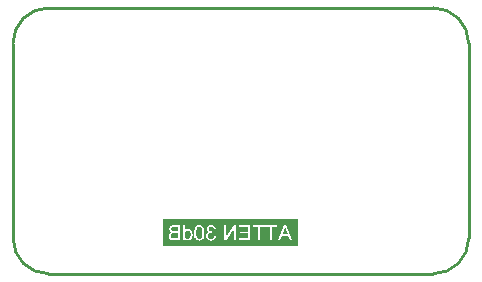
<source format=gbo>
G04*
G04 #@! TF.GenerationSoftware,Altium Limited,Altium Designer,20.0.10 (225)*
G04*
G04 Layer_Color=32896*
%FSLAX25Y25*%
%MOIN*%
G70*
G01*
G75*
%ADD12C,0.01000*%
G36*
X260000Y391000D02*
X214889D01*
Y400091D01*
X260000D01*
Y391000D01*
D02*
G37*
%LPC*%
G36*
X232655Y398123D02*
X229353Y398123D01*
X231008Y398123D01*
X230927Y398115D01*
X230833Y398101D01*
X230716Y398079D01*
X230585Y398042D01*
X230453Y397999D01*
X230322Y397940D01*
X230315D01*
X230308Y397933D01*
X230264Y397911D01*
X230198Y397867D01*
X230125Y397816D01*
X230038Y397743D01*
X229950Y397663D01*
X229863Y397568D01*
X229790Y397459D01*
X229783Y397445D01*
X229761Y397408D01*
X229732Y397342D01*
X229695Y397262D01*
X229659Y397167D01*
X229630Y397058D01*
X229608Y396934D01*
X229601Y396810D01*
Y396796D01*
Y396752D01*
X229608Y396694D01*
X229622Y396614D01*
X229644Y396519D01*
X229681Y396417D01*
X229724Y396315D01*
X229783Y396213D01*
X229790Y396198D01*
X229812Y396169D01*
X229856Y396118D01*
X229914Y396059D01*
X229987Y395994D01*
X230074Y395921D01*
X230176Y395855D01*
X230300Y395790D01*
X230293D01*
X230278Y395782D01*
X230257Y395775D01*
X230227Y395768D01*
X230147Y395739D01*
X230045Y395695D01*
X229928Y395637D01*
X229812Y395564D01*
X229703Y395469D01*
X229601Y395360D01*
X229593Y395345D01*
X229564Y395301D01*
X229520Y395228D01*
X229477Y395134D01*
X229433Y395017D01*
X229389Y394879D01*
X229360Y394718D01*
X229353Y394543D01*
Y394478D01*
X229360Y394434D01*
X229367Y394375D01*
X229382Y394310D01*
X229396Y394237D01*
X229411Y394157D01*
X229469Y393982D01*
X229513Y393887D01*
X229557Y393800D01*
X229615Y393705D01*
X229681Y393610D01*
X229754Y393515D01*
X229841Y393428D01*
X229848Y393421D01*
X229863Y393406D01*
X229892Y393384D01*
X229928Y393355D01*
X229972Y393318D01*
X230031Y393282D01*
X230096Y393238D01*
X230176Y393202D01*
X230257Y393158D01*
X230351Y393114D01*
X230446Y393078D01*
X230556Y393041D01*
X230672Y393012D01*
X230796Y392990D01*
X230920Y392976D01*
X231059Y392969D01*
X232655D01*
X231124D01*
X231168Y392976D01*
X231226Y392983D01*
X231292Y392990D01*
X231365Y393005D01*
X231445Y393020D01*
X231620Y393063D01*
X231802Y393136D01*
X231897Y393180D01*
X231984Y393231D01*
X232072Y393297D01*
X232159Y393362D01*
X232167Y393370D01*
X232181Y393384D01*
X232203Y393406D01*
X232225Y393435D01*
X232261Y393472D01*
X232298Y393523D01*
X232342Y393574D01*
X232385Y393639D01*
X232429Y393712D01*
X232473Y393785D01*
X232553Y393960D01*
X232619Y394164D01*
X232640Y394273D01*
X232655Y394390D01*
X232035Y394470D01*
Y394463D01*
X232028Y394448D01*
X232021Y394419D01*
X232014Y394383D01*
X232006Y394339D01*
X231992Y394288D01*
X231955Y394179D01*
X231904Y394047D01*
X231838Y393923D01*
X231766Y393807D01*
X231678Y393705D01*
X231664Y393698D01*
X231634Y393668D01*
X231576Y393632D01*
X231503Y393595D01*
X231416Y393552D01*
X231306Y393515D01*
X231182Y393486D01*
X231051Y393479D01*
X231008D01*
X230978Y393486D01*
X230898Y393493D01*
X230796Y393515D01*
X230679Y393552D01*
X230556Y393603D01*
X230432Y393676D01*
X230315Y393778D01*
X230300Y393792D01*
X230264Y393836D01*
X230220Y393902D01*
X230162Y393989D01*
X230103Y394098D01*
X230060Y394222D01*
X230023Y394368D01*
X230009Y394529D01*
Y394536D01*
Y394550D01*
Y394572D01*
X230016Y394601D01*
X230023Y394682D01*
X230045Y394776D01*
X230074Y394893D01*
X230125Y395010D01*
X230198Y395126D01*
X230293Y395236D01*
X230308Y395250D01*
X230344Y395279D01*
X230402Y395323D01*
X230483Y395374D01*
X230585Y395425D01*
X230709Y395469D01*
X230847Y395498D01*
X231000Y395513D01*
X231066D01*
X231117Y395505D01*
X231182Y395498D01*
X231255Y395484D01*
X231343Y395469D01*
X231438Y395447D01*
X231365Y395994D01*
X231328D01*
X231299Y395987D01*
X231204D01*
X231124Y396001D01*
X231029Y396016D01*
X230920Y396038D01*
X230796Y396074D01*
X230679Y396125D01*
X230556Y396191D01*
X230548D01*
X230541Y396198D01*
X230504Y396227D01*
X230453Y396278D01*
X230395Y396344D01*
X230337Y396439D01*
X230286Y396548D01*
X230249Y396672D01*
X230235Y396745D01*
Y396825D01*
Y396832D01*
Y396839D01*
Y396883D01*
X230249Y396942D01*
X230264Y397022D01*
X230293Y397109D01*
X230329Y397204D01*
X230388Y397299D01*
X230468Y397386D01*
X230475Y397393D01*
X230512Y397423D01*
X230563Y397459D01*
X230628Y397503D01*
X230716Y397539D01*
X230818Y397576D01*
X230935Y397605D01*
X231066Y397612D01*
X231124D01*
X231190Y397598D01*
X231277Y397583D01*
X231372Y397554D01*
X231467Y397517D01*
X231569Y397459D01*
X231664Y397386D01*
X231671Y397379D01*
X231700Y397342D01*
X231744Y397291D01*
X231795Y397219D01*
X231846Y397124D01*
X231897Y397007D01*
X231941Y396869D01*
X231970Y396708D01*
X232589Y396818D01*
Y396825D01*
X232582Y396847D01*
X232575Y396876D01*
X232568Y396920D01*
X232553Y396971D01*
X232531Y397029D01*
X232487Y397167D01*
X232414Y397328D01*
X232327Y397488D01*
X232218Y397641D01*
X232079Y397780D01*
X232072Y397787D01*
X232057Y397795D01*
X232035Y397809D01*
X232006Y397831D01*
X231970Y397860D01*
X231919Y397889D01*
X231868Y397918D01*
X231802Y397955D01*
X231656Y398013D01*
X231489Y398072D01*
X231292Y398108D01*
X231190Y398123D01*
X232655D01*
D02*
G37*
G36*
X228740Y398123D02*
X225445D01*
D01*
X227027D01*
X226947Y398115D01*
X226852Y398101D01*
X226743Y398079D01*
X226626Y398050D01*
X226502Y398013D01*
X226386Y397955D01*
X226378D01*
X226371Y397948D01*
X226335Y397926D01*
X226276Y397889D01*
X226203Y397838D01*
X226123Y397765D01*
X226036Y397685D01*
X225956Y397590D01*
X225875Y397481D01*
X225868Y397466D01*
X225839Y397430D01*
X225810Y397364D01*
X225759Y397270D01*
X225715Y397160D01*
X225657Y397036D01*
X225606Y396890D01*
X225562Y396730D01*
Y396723D01*
X225555Y396708D01*
X225547Y396686D01*
X225540Y396650D01*
X225533Y396606D01*
X225525Y396555D01*
X225511Y396490D01*
X225503Y396417D01*
X225489Y396337D01*
X225482Y396249D01*
X225474Y396147D01*
X225460Y396045D01*
X225452Y395928D01*
Y395812D01*
X225445Y395680D01*
Y395768D01*
Y392969D01*
Y395396D01*
X225452Y395316D01*
Y395228D01*
X225460Y395134D01*
X225467Y395032D01*
X225489Y394798D01*
X225525Y394558D01*
X225569Y394324D01*
X225598Y394215D01*
X225635Y394106D01*
Y394098D01*
X225642Y394084D01*
X225657Y394055D01*
X225671Y394018D01*
X225686Y393967D01*
X225715Y393916D01*
X225773Y393792D01*
X225846Y393661D01*
X225941Y393515D01*
X226050Y393384D01*
X226182Y393260D01*
X226189D01*
X226196Y393246D01*
X226218Y393231D01*
X226247Y393216D01*
X226284Y393195D01*
X226320Y393165D01*
X226429Y393114D01*
X226561Y393063D01*
X226714Y393012D01*
X226896Y392983D01*
X227093Y392969D01*
X227166D01*
X227217Y392976D01*
X227275Y392983D01*
X227348Y392998D01*
X227428Y393012D01*
X227516Y393034D01*
X227603Y393063D01*
X227698Y393092D01*
X227793Y393136D01*
X227887Y393187D01*
X227982Y393246D01*
X228077Y393318D01*
X228164Y393399D01*
X228245Y393486D01*
X228252Y393493D01*
X228266Y393515D01*
X228288Y393552D01*
X228325Y393610D01*
X228361Y393676D01*
X228398Y393763D01*
X228449Y393865D01*
X228492Y393982D01*
X228536Y394113D01*
X228580Y394266D01*
X228624Y394434D01*
X228660Y394623D01*
X228696Y394827D01*
X228718Y395046D01*
X228733Y395287D01*
X228740Y395542D01*
Y393574D01*
Y395695D01*
Y395688D01*
X228733Y395768D01*
Y395855D01*
X228726Y395950D01*
X228718Y396059D01*
X228696Y396285D01*
X228660Y396526D01*
X228616Y396767D01*
X228587Y396876D01*
X228558Y396985D01*
Y396993D01*
X228551Y397007D01*
X228536Y397036D01*
X228522Y397073D01*
X228507Y397124D01*
X228478Y397175D01*
X228419Y397299D01*
X228347Y397430D01*
X228252Y397568D01*
X228142Y397707D01*
X228011Y397824D01*
X228004D01*
X227997Y397838D01*
X227975Y397853D01*
X227946Y397867D01*
X227909Y397897D01*
X227866Y397918D01*
X227756Y397977D01*
X227625Y398028D01*
X227472Y398079D01*
X227290Y398108D01*
X227093Y398123D01*
X228740D01*
D01*
D02*
G37*
G36*
X239464Y398101D02*
X238779D01*
X236132Y394135D01*
Y398101D01*
X238505D01*
X235491D01*
Y393056D01*
X236183D01*
X238822Y397014D01*
Y393056D01*
X239464D01*
Y398101D01*
D02*
G37*
G36*
X258032D02*
X255378D01*
X253315Y393056D01*
X255686D01*
X254073D01*
X254663Y394587D01*
X256778D01*
X257324Y393056D01*
X258032D01*
X256107Y398101D01*
X258032D01*
D02*
G37*
G36*
X253154D02*
X249160D01*
Y397503D01*
X250822D01*
Y393056D01*
X253154D01*
Y398101D01*
D02*
G37*
G36*
X248846D02*
X244851D01*
Y397503D01*
X246513D01*
Y393056D01*
X244851D01*
X248846D01*
Y398101D01*
D02*
G37*
G36*
X244151D02*
X240499D01*
Y397503D01*
X243481D01*
Y395965D01*
X240689D01*
Y395367D01*
X243481D01*
Y393654D01*
X240382D01*
Y393056D01*
X244151D01*
Y398101D01*
D02*
G37*
G36*
X220670Y398101D02*
X216858D01*
D01*
X218687D01*
X218636Y398093D01*
X218578D01*
X218447Y398079D01*
X218301Y398064D01*
X218148Y398035D01*
X217995Y397999D01*
X217856Y397948D01*
X217849D01*
X217842Y397940D01*
X217798Y397918D01*
X217732Y397882D01*
X217659Y397831D01*
X217572Y397765D01*
X217477Y397685D01*
X217390Y397583D01*
X217310Y397474D01*
X217302Y397459D01*
X217280Y397415D01*
X217244Y397357D01*
X217208Y397270D01*
X217171Y397167D01*
X217135Y397058D01*
X217113Y396934D01*
X217105Y396810D01*
Y396796D01*
Y396759D01*
X217113Y396694D01*
X217127Y396614D01*
X217149Y396519D01*
X217186Y396417D01*
X217229Y396315D01*
X217288Y396205D01*
X217295Y396191D01*
X217317Y396162D01*
X217361Y396103D01*
X217419Y396045D01*
X217492Y395972D01*
X217579Y395892D01*
X217689Y395819D01*
X217813Y395746D01*
X217805D01*
X217791Y395739D01*
X217769Y395731D01*
X217740Y395717D01*
X217652Y395688D01*
X217550Y395637D01*
X217441Y395571D01*
X217317Y395491D01*
X217208Y395396D01*
X217105Y395279D01*
X217098Y395265D01*
X217069Y395221D01*
X217025Y395156D01*
X216982Y395068D01*
X216938Y394951D01*
X216894Y394827D01*
X216865Y394682D01*
X216858Y394521D01*
Y394463D01*
X216865Y394390D01*
X216879Y394303D01*
X216894Y394200D01*
X216923Y394091D01*
X216960Y393974D01*
X217011Y393858D01*
X217018Y393843D01*
X217040Y393807D01*
X217069Y393756D01*
X217113Y393683D01*
X217171Y393610D01*
X217229Y393530D01*
X217302Y393450D01*
X217383Y393384D01*
X217390Y393377D01*
X217419Y393355D01*
X217470Y393326D01*
X217536Y393297D01*
X217616Y393253D01*
X217710Y393209D01*
X217813Y393173D01*
X217936Y393136D01*
X217951D01*
X217995Y393122D01*
X218068Y393114D01*
X218162Y393100D01*
X218279Y393085D01*
X218418Y393071D01*
X218571Y393063D01*
X218746Y393056D01*
X218329D01*
X220670D01*
Y398101D01*
D02*
G37*
G36*
X222325D02*
X221705D01*
Y393056D01*
X222281D01*
Y393515D01*
X222289Y393508D01*
X222296Y393493D01*
X222318Y393464D01*
X222347Y393428D01*
X222383Y393391D01*
X222427Y393348D01*
X222478Y393297D01*
X222544Y393246D01*
X222609Y393195D01*
X222682Y393143D01*
X222770Y393100D01*
X222865Y393063D01*
X222959Y393027D01*
X223069Y392998D01*
X223185Y392983D01*
X223309Y392976D01*
X224877D01*
X223353D01*
X223382Y392983D01*
X223470Y392990D01*
X223572Y393005D01*
X223696Y393034D01*
X223834Y393078D01*
X223973Y393136D01*
X224111Y393216D01*
X224118D01*
X224126Y393231D01*
X224169Y393260D01*
X224235Y393318D01*
X224315Y393391D01*
X224410Y393486D01*
X224505Y393603D01*
X224600Y393734D01*
X224680Y393887D01*
Y393894D01*
X224687Y393909D01*
X224694Y393931D01*
X224709Y393960D01*
X224724Y394004D01*
X224745Y394055D01*
X224760Y394106D01*
X224775Y394171D01*
X224811Y394317D01*
X224847Y394485D01*
X224869Y394674D01*
X224877Y394879D01*
Y394973D01*
X224869Y395017D01*
Y395075D01*
X224855Y395206D01*
X224833Y395360D01*
X224796Y395527D01*
X224753Y395702D01*
X224694Y395870D01*
Y395877D01*
X224687Y395892D01*
X224673Y395914D01*
X224658Y395943D01*
X224614Y396023D01*
X224556Y396125D01*
X224483Y396234D01*
X224388Y396344D01*
X224279Y396460D01*
X224148Y396555D01*
X224140D01*
X224133Y396563D01*
X224111Y396577D01*
X224082Y396592D01*
X224009Y396628D01*
X223907Y396679D01*
X223790Y396723D01*
X223652Y396759D01*
X223499Y396789D01*
X223338Y396796D01*
X223280D01*
X223222Y396789D01*
X223142Y396781D01*
X223047Y396759D01*
X222945Y396737D01*
X222843Y396701D01*
X222748Y396650D01*
X222733Y396643D01*
X222704Y396628D01*
X222660Y396592D01*
X222602Y396555D01*
X222529Y396504D01*
X222464Y396439D01*
X222391Y396373D01*
X222325Y396293D01*
Y398101D01*
D02*
G37*
%LPD*%
G36*
X227173Y397605D02*
X227253Y397590D01*
X227348Y397568D01*
X227457Y397525D01*
X227574Y397459D01*
X227632Y397415D01*
X227691Y397372D01*
X227742Y397313D01*
X227793Y397248D01*
Y397240D01*
X227807Y397226D01*
X227822Y397197D01*
X227844Y397160D01*
X227866Y397102D01*
X227895Y397036D01*
X227917Y396956D01*
X227946Y396861D01*
X227975Y396752D01*
X228004Y396628D01*
X228033Y396490D01*
X228055Y396337D01*
X228077Y396162D01*
X228092Y395972D01*
X228099Y395768D01*
X228106Y395542D01*
Y395527D01*
Y395491D01*
Y395425D01*
X228099Y395338D01*
Y395243D01*
X228092Y395126D01*
X228084Y395002D01*
X228070Y394871D01*
X228033Y394587D01*
X228011Y394448D01*
X227982Y394317D01*
X227953Y394193D01*
X227909Y394077D01*
X227866Y393974D01*
X227814Y393887D01*
Y393880D01*
X227800Y393872D01*
X227763Y393821D01*
X227698Y393756D01*
X227618Y393683D01*
X227508Y393610D01*
X227384Y393544D01*
X227246Y393493D01*
X227173Y393486D01*
X227093Y393479D01*
X227049D01*
X227020Y393486D01*
X226947Y393501D01*
X226845Y393530D01*
X226735Y393581D01*
X226612Y393654D01*
X226553Y393698D01*
X226495Y393756D01*
X226437Y393814D01*
X226378Y393887D01*
Y393894D01*
X226364Y393909D01*
X226349Y393931D01*
X226335Y393967D01*
X226305Y394018D01*
X226284Y394084D01*
X226254Y394157D01*
X226225Y394244D01*
X226203Y394354D01*
X226174Y394470D01*
X226145Y394609D01*
X226123Y394755D01*
X226109Y394930D01*
X226094Y395112D01*
X226079Y395316D01*
Y395542D01*
Y395549D01*
Y395556D01*
Y395593D01*
Y395658D01*
X226087Y395746D01*
Y395841D01*
X226094Y395957D01*
X226101Y396081D01*
X226116Y396220D01*
X226152Y396497D01*
X226174Y396635D01*
X226203Y396767D01*
X226233Y396890D01*
X226276Y397007D01*
X226320Y397109D01*
X226371Y397197D01*
Y397204D01*
X226386Y397211D01*
X226400Y397233D01*
X226422Y397262D01*
X226488Y397328D01*
X226568Y397408D01*
X226677Y397481D01*
X226801Y397547D01*
X226867Y397576D01*
X226940Y397598D01*
X227020Y397605D01*
X227100Y397612D01*
X227144D01*
X227173Y397605D01*
D02*
G37*
G36*
X255757Y397568D02*
X255764Y397554D01*
Y397525D01*
X255779Y397496D01*
X255786Y397445D01*
X255801Y397393D01*
X255830Y397270D01*
X255866Y397124D01*
X255917Y396963D01*
X255968Y396789D01*
X256034Y396606D01*
X256581Y395134D01*
X254875D01*
X255400Y396519D01*
Y396526D01*
X255407Y396548D01*
X255422Y396584D01*
X255436Y396628D01*
X255458Y396679D01*
X255480Y396745D01*
X255502Y396818D01*
X255531Y396890D01*
X255589Y397058D01*
X255648Y397233D01*
X255706Y397408D01*
X255757Y397576D01*
Y397568D01*
D02*
G37*
G36*
X253154Y393056D02*
X251492D01*
Y397503D01*
X253154D01*
Y393056D01*
D02*
G37*
G36*
X248846D02*
X247184D01*
Y397503D01*
X248846D01*
Y393056D01*
D02*
G37*
G36*
X220000Y395987D02*
X218760D01*
X218666Y395994D01*
X218563Y396001D01*
X218461Y396008D01*
X218359Y396023D01*
X218279Y396038D01*
X218265Y396045D01*
X218235Y396052D01*
X218192Y396074D01*
X218133Y396103D01*
X218075Y396132D01*
X218009Y396176D01*
X217944Y396234D01*
X217893Y396293D01*
X217885Y396300D01*
X217871Y396322D01*
X217849Y396366D01*
X217827Y396417D01*
X217805Y396475D01*
X217783Y396548D01*
X217769Y396635D01*
X217761Y396730D01*
Y396745D01*
Y396774D01*
X217769Y396818D01*
X217776Y396876D01*
X217791Y396949D01*
X217813Y397022D01*
X217842Y397095D01*
X217885Y397167D01*
X217893Y397175D01*
X217907Y397197D01*
X217936Y397233D01*
X217973Y397270D01*
X218024Y397313D01*
X218082Y397357D01*
X218155Y397401D01*
X218235Y397430D01*
X218243D01*
X218279Y397445D01*
X218330Y397452D01*
X218410Y397466D01*
X218520Y397481D01*
X218644Y397488D01*
X218804Y397503D01*
X220000D01*
Y395987D01*
D02*
G37*
G36*
Y393654D02*
X218563D01*
X218410Y393661D01*
X218345Y393668D01*
X218286Y393676D01*
X218279D01*
X218250Y393683D01*
X218206Y393690D01*
X218155Y393705D01*
X218031Y393748D01*
X217907Y393807D01*
X217900Y393814D01*
X217878Y393829D01*
X217849Y393851D01*
X217813Y393880D01*
X217776Y393923D01*
X217725Y393967D01*
X217689Y394025D01*
X217645Y394091D01*
X217638Y394098D01*
X217630Y394120D01*
X217616Y394164D01*
X217594Y394215D01*
X217572Y394273D01*
X217557Y394346D01*
X217550Y394434D01*
X217543Y394521D01*
Y394536D01*
Y394565D01*
X217550Y394623D01*
X217565Y394689D01*
X217579Y394762D01*
X217608Y394842D01*
X217645Y394922D01*
X217696Y395002D01*
X217703Y395010D01*
X217725Y395039D01*
X217754Y395075D01*
X217798Y395119D01*
X217856Y395170D01*
X217929Y395221D01*
X218009Y395265D01*
X218104Y395301D01*
X218119Y395309D01*
X218148Y395316D01*
X218214Y395331D01*
X218294Y395345D01*
X218396Y395360D01*
X218520Y395374D01*
X218673Y395389D01*
X220000D01*
Y393654D01*
D02*
G37*
G36*
X223338Y396278D02*
X223419Y396271D01*
X223513Y396242D01*
X223623Y396205D01*
X223739Y396140D01*
X223856Y396059D01*
X223914Y396001D01*
X223965Y395943D01*
Y395936D01*
X223980Y395928D01*
X223987Y395906D01*
X224009Y395877D01*
X224031Y395841D01*
X224053Y395797D01*
X224075Y395746D01*
X224104Y395688D01*
X224133Y395615D01*
X224155Y395535D01*
X224177Y395447D01*
X224199Y395352D01*
X224213Y395250D01*
X224228Y395134D01*
X224242Y395010D01*
Y394879D01*
Y394871D01*
Y394849D01*
Y394813D01*
X224235Y394762D01*
Y394704D01*
X224228Y394638D01*
X224206Y394485D01*
X224169Y394317D01*
X224118Y394142D01*
X224045Y393974D01*
X224002Y393902D01*
X223951Y393829D01*
X223943D01*
X223936Y393814D01*
X223900Y393778D01*
X223834Y393719D01*
X223754Y393661D01*
X223652Y393595D01*
X223528Y393537D01*
X223397Y393501D01*
X223324Y393493D01*
X223251Y393486D01*
X223215D01*
X223185Y393493D01*
X223105Y393501D01*
X223010Y393530D01*
X222901Y393566D01*
X222784Y393625D01*
X222668Y393705D01*
X222609Y393756D01*
X222558Y393814D01*
Y393821D01*
X222544Y393829D01*
X222529Y393851D01*
X222515Y393880D01*
X222493Y393916D01*
X222464Y393953D01*
X222442Y394011D01*
X222413Y394069D01*
X222383Y394135D01*
X222361Y394208D01*
X222332Y394295D01*
X222310Y394383D01*
X222296Y394485D01*
X222281Y394587D01*
X222267Y394704D01*
Y394827D01*
Y394835D01*
Y394864D01*
Y394900D01*
X222274Y394951D01*
Y395010D01*
X222281Y395083D01*
X222289Y395163D01*
X222303Y395250D01*
X222340Y395425D01*
X222391Y395607D01*
X222464Y395782D01*
X222507Y395855D01*
X222558Y395928D01*
Y395936D01*
X222573Y395943D01*
X222609Y395987D01*
X222675Y396045D01*
X222755Y396111D01*
X222857Y396176D01*
X222981Y396227D01*
X223120Y396271D01*
X223193Y396278D01*
X223273Y396285D01*
X223309D01*
X223338Y396278D01*
D02*
G37*
D12*
X305118Y381890D02*
G03*
X316929Y393701I0J11811D01*
G01*
X165000D02*
G03*
X176811Y381890I11811J0D01*
G01*
X316929Y458689D02*
G03*
X305118Y470500I-11811J0D01*
G01*
X176811D02*
G03*
X165000Y458689I0J-11811D01*
G01*
X316929Y393701D02*
Y458689D01*
X176811Y381890D02*
X305118D01*
X165000Y393701D02*
Y458500D01*
X176811Y470500D02*
X305118D01*
M02*

</source>
